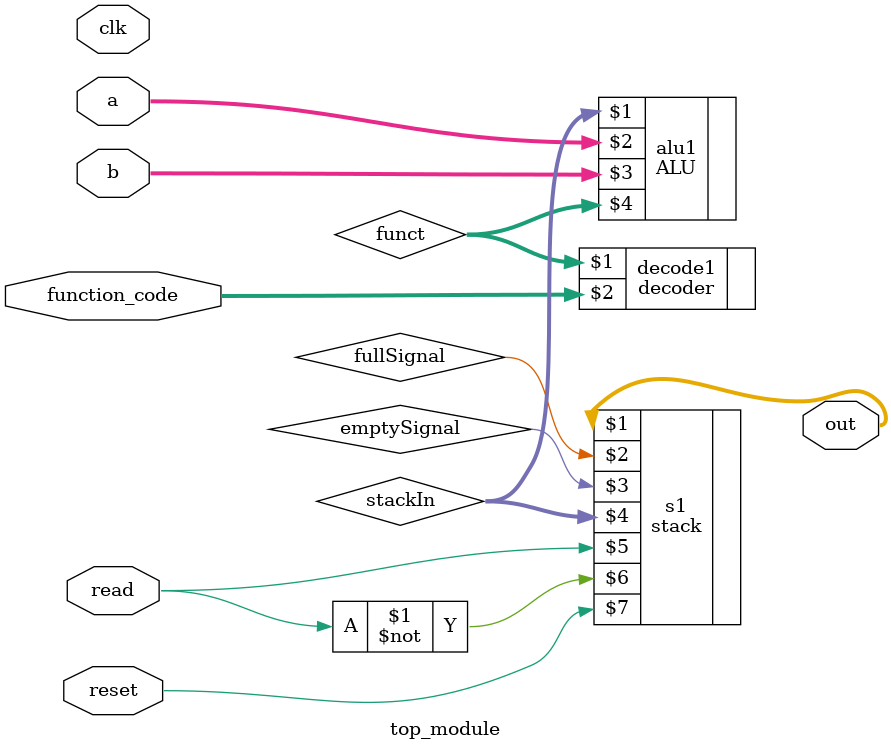
<source format=v>
`timescale 1ns / 1ps
module top_module(
   output [5:0]out,
	input[2:0]function_code,
	input clk,read,reset,
	input[2:0]a,b);
	
	wire [2:0] funct;
	wire [5:0] stackIn;
	wire fullSignal,emptySignal;
	
	//TODO: test stack full/empty and reset w/updated Stack
	
   decoder decode1(funct, function_code);
	ALU alu1(stackIn,a,b,funct);
	stack s1(out,fullSignal,emptySignal,stackIn, read, ~read, reset);
endmodule

</source>
